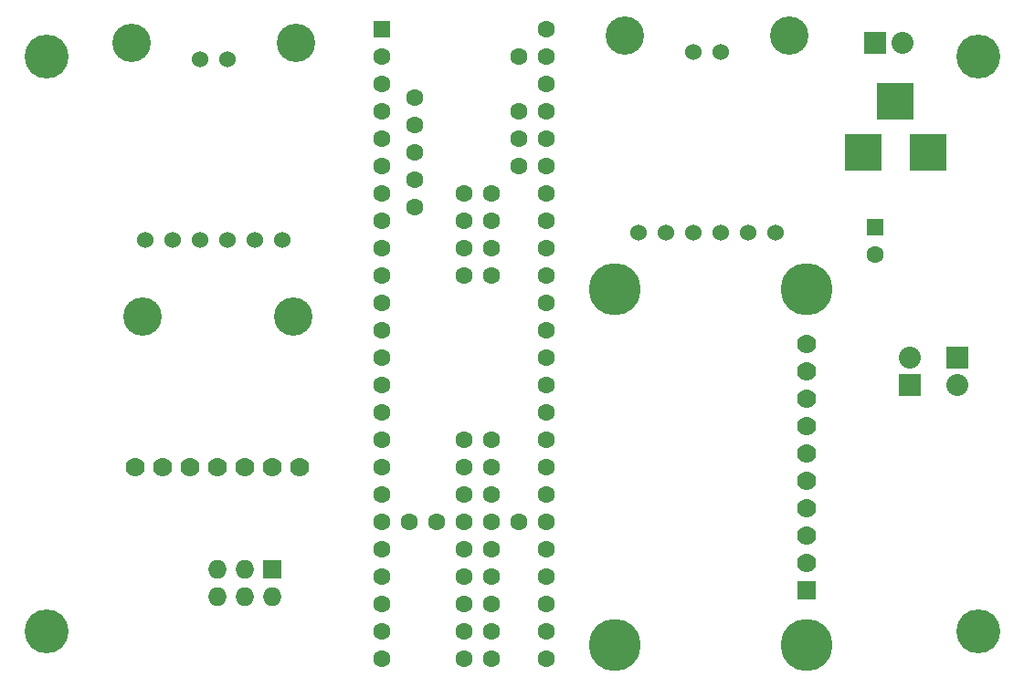
<source format=gbr>
G04 #@! TF.FileFunction,Soldermask,Bot*
%FSLAX46Y46*%
G04 Gerber Fmt 4.6, Leading zero omitted, Abs format (unit mm)*
G04 Created by KiCad (PCBNEW 4.0.6) date Wednesday, July 12, 2017 'AMt' 08:43:24 AM*
%MOMM*%
%LPD*%
G01*
G04 APERTURE LIST*
%ADD10C,0.100000*%
%ADD11C,4.826000*%
%ADD12C,1.778000*%
%ADD13R,1.778000X1.778000*%
%ADD14R,1.600000X1.600000*%
%ADD15C,1.600000*%
%ADD16R,1.727200X1.727200*%
%ADD17O,1.727200X1.727200*%
%ADD18R,2.032000X2.032000*%
%ADD19O,2.032000X2.032000*%
%ADD20R,3.500120X3.500120*%
%ADD21C,1.524000*%
%ADD22C,3.556000*%
%ADD23C,4.064000*%
G04 APERTURE END LIST*
D10*
D11*
X168275000Y-103505000D03*
X168275000Y-136525000D03*
X186055000Y-136525000D03*
D12*
X186055000Y-121285000D03*
X186055000Y-123825000D03*
X186055000Y-126365000D03*
X186055000Y-128905000D03*
D13*
X186055000Y-131445000D03*
D12*
X186055000Y-118745000D03*
X186055000Y-116205000D03*
X186055000Y-113665000D03*
X186055000Y-111125000D03*
X186055000Y-108585000D03*
D11*
X186055000Y-103505000D03*
D14*
X192405000Y-97790000D03*
D15*
X192405000Y-100290000D03*
D16*
X136525000Y-129540000D03*
D17*
X136525000Y-132080000D03*
X133985000Y-129540000D03*
X133985000Y-132080000D03*
X131445000Y-129540000D03*
X131445000Y-132080000D03*
D18*
X192405000Y-80645000D03*
D19*
X194945000Y-80645000D03*
D20*
X191284860Y-90805000D03*
X197284340Y-90805000D03*
X194284600Y-86106000D03*
D18*
X200025000Y-109855000D03*
D19*
X200025000Y-112395000D03*
D18*
X195580000Y-112395000D03*
D19*
X195580000Y-109855000D03*
D21*
X178054000Y-81534000D03*
X175514000Y-81534000D03*
X170434000Y-98298000D03*
X172974000Y-98298000D03*
X175514000Y-98298000D03*
X178054000Y-98298000D03*
X180594000Y-98298000D03*
X183134000Y-98298000D03*
D22*
X169164000Y-80010000D03*
X184404000Y-80010000D03*
D21*
X132334000Y-82169000D03*
X129794000Y-82169000D03*
X124714000Y-98933000D03*
X127254000Y-98933000D03*
X129794000Y-98933000D03*
X132334000Y-98933000D03*
X134874000Y-98933000D03*
X137414000Y-98933000D03*
D22*
X123444000Y-80645000D03*
X138684000Y-80645000D03*
D15*
X146685000Y-120015000D03*
X146685000Y-122555000D03*
X146685000Y-125095000D03*
X146685000Y-127635000D03*
X146685000Y-117475000D03*
X146685000Y-114935000D03*
X146685000Y-112395000D03*
X146685000Y-130175000D03*
X146685000Y-132715000D03*
X146685000Y-135255000D03*
X146685000Y-137795000D03*
X149225000Y-125095000D03*
X151765000Y-125095000D03*
X154305000Y-125095000D03*
X156845000Y-125095000D03*
X159385000Y-125095000D03*
X161925000Y-137795000D03*
X161925000Y-135255000D03*
X161925000Y-132715000D03*
X161925000Y-130175000D03*
X161925000Y-127635000D03*
X161925000Y-125095000D03*
X161925000Y-122555000D03*
X161925000Y-120015000D03*
X146685000Y-109855000D03*
X146685000Y-107315000D03*
X146685000Y-104775000D03*
X146685000Y-102235000D03*
X146685000Y-99695000D03*
X146685000Y-97155000D03*
X146685000Y-94615000D03*
X146685000Y-92075000D03*
X146685000Y-89535000D03*
X146685000Y-86995000D03*
X146685000Y-84455000D03*
X146685000Y-81915000D03*
D14*
X146685000Y-79375000D03*
D15*
X161925000Y-117475000D03*
X161925000Y-114935000D03*
X161925000Y-112395000D03*
X161925000Y-109855000D03*
X161925000Y-107315000D03*
X161925000Y-104775000D03*
X161925000Y-102235000D03*
X161925000Y-99695000D03*
X161925000Y-97155000D03*
X161925000Y-94615000D03*
X161925000Y-92075000D03*
X161925000Y-89535000D03*
X161925000Y-86995000D03*
X161925000Y-84455000D03*
X161925000Y-81915000D03*
X161925000Y-79375000D03*
X159385000Y-81915000D03*
X159385000Y-86995000D03*
X159385000Y-89535000D03*
X159385000Y-92075000D03*
X154305000Y-94615000D03*
X154305000Y-97155000D03*
X154305000Y-99695000D03*
X154305000Y-102235000D03*
X154305000Y-117475000D03*
X154305000Y-120015000D03*
X154305000Y-122555000D03*
X154305000Y-127635000D03*
X154305000Y-130175000D03*
X154305000Y-132715000D03*
X154305000Y-135255000D03*
X154305000Y-137795000D03*
X156845000Y-137795000D03*
X156845000Y-135255000D03*
X156845000Y-132715000D03*
X156845000Y-130175000D03*
X156845000Y-127635000D03*
X156845000Y-122555000D03*
X156845000Y-120015000D03*
X156845000Y-117475000D03*
X156845000Y-102235000D03*
X156845000Y-99695000D03*
X156845000Y-97155000D03*
X156845000Y-94615000D03*
X149685000Y-85725000D03*
X149685000Y-88265000D03*
X149685000Y-90805000D03*
X149685000Y-93345000D03*
X149685000Y-95885000D03*
D22*
X138430000Y-106045000D03*
X124460000Y-106045000D03*
D12*
X131445000Y-120015000D03*
X133985000Y-120015000D03*
X136525000Y-120015000D03*
X139065000Y-120015000D03*
X128905000Y-120015000D03*
X126365000Y-120015000D03*
X123825000Y-120015000D03*
D23*
X115570000Y-81915000D03*
X115570000Y-135255000D03*
X201930000Y-135255000D03*
X201930000Y-81915000D03*
M02*

</source>
